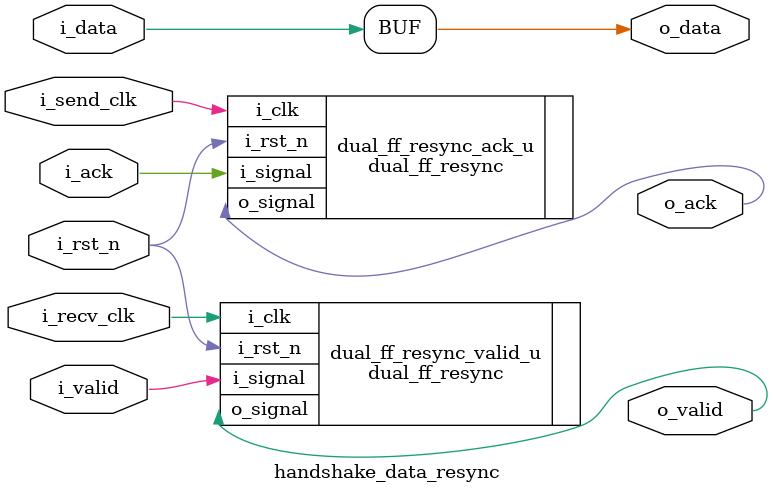
<source format=sv>
`resetall
`default_nettype none
`timescale 1ns / 1ps


module handshake_data_resync #(
        parameter int DATA_WIDTH = 1
    ) (
        input  wire                     i_send_clk,
        input  wire                     i_recv_clk,

        input  wire                     i_rst_n,

        input  wire                     i_valid,
        output wire                     o_valid,

        input  wire                     i_ack,
        output wire                     o_ack,

        input  wire [DATA_WIDTH-1:0]    i_data,      
        output wire [DATA_WIDTH-1:0]    o_data
    );

    //set i_valid -> don't change i_data
    //wait for o_valid -> read o_data + set i_ack
    //wait for o_ack -> lower i_valid, can change data

    assign o_data = i_data;

    dual_ff_resync #(.RESET_VALUE(1'b0))
    dual_ff_resync_valid_u (
        .i_clk(i_recv_clk),
        .i_rst_n(i_rst_n),
        .i_signal(i_valid),
        .o_signal(o_valid)
    );

    dual_ff_resync #(.RESET_VALUE(1'b0))
    dual_ff_resync_ack_u (
        .i_clk(i_send_clk),
        .i_rst_n(i_rst_n),
        .i_signal(i_ack),
        .o_signal(o_ack)
    );

endmodule

`resetall

</source>
